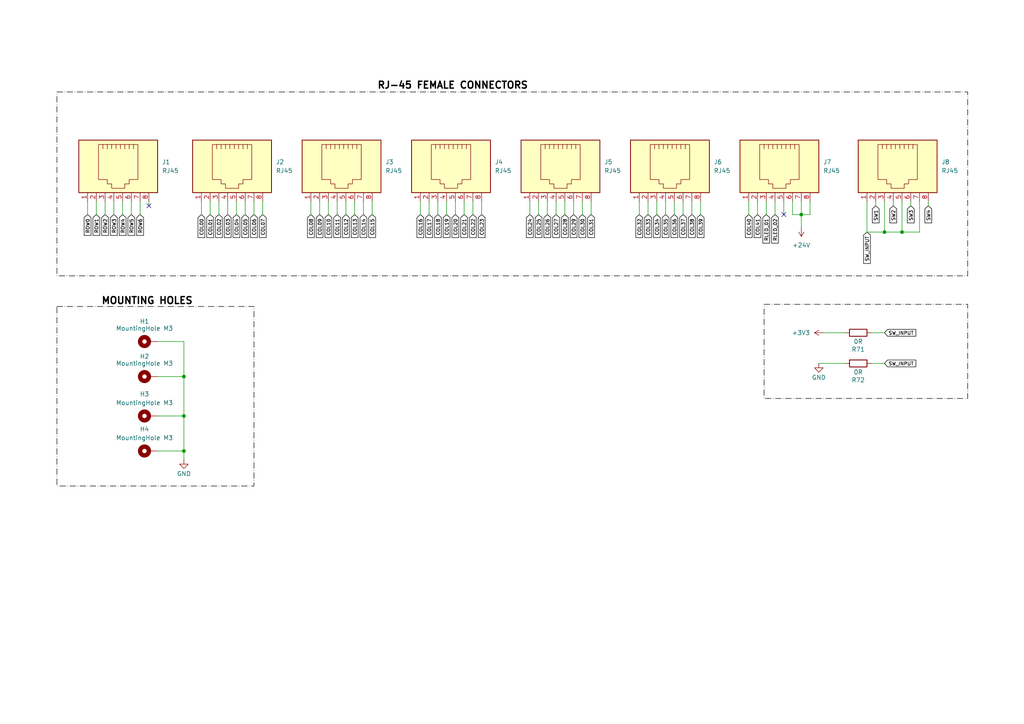
<source format=kicad_sch>
(kicad_sch (version 20231120) (generator "eeschema") (generator_version "8.0")
  (paper "A4")
  (lib_symbols
    (symbol "Connector:RJ45" (pin_names (offset 1.016))
      (property "Reference" "J" (at -5.08 13.97 0))
      (property "Value" "RJ45" (at 2.54 13.97 0))
      (symbol "RJ45_0_1"
        (polyline (pts (xy -5.08 4.445) (xy -6.35 4.445)))
        (polyline (pts (xy -5.08 5.715) (xy -6.35 5.715)))
        (polyline (pts (xy -6.35 -3.175) (xy -5.08 -3.175) (xy -5.08 -3.175)))
        (polyline (pts (xy -6.35 -1.905) (xy -5.08 -1.905) (xy -5.08 -1.905)))
        (polyline (pts (xy -6.35 -0.635) (xy -5.08 -0.635) (xy -5.08 -0.635)))
        (polyline (pts (xy -6.35 0.635) (xy -5.08 0.635) (xy -5.08 0.635)))
        (polyline (pts (xy -6.35 1.905) (xy -5.08 1.905) (xy -5.08 1.905)))
        (polyline (pts (xy -5.08 3.175) (xy -6.35 3.175) (xy -6.35 3.175)))
        (polyline (pts (xy -6.35 -4.445) (xy -6.35 6.985) (xy 3.81 6.985) (xy 3.81 4.445) (xy 5.08 4.445) (xy 5.08 3.175) (xy 6.35 3.175) (xy 6.35 -0.635) (xy 5.08 -0.635) (xy 5.08 -1.905) (xy 3.81 -1.905) (xy 3.81 -4.445) (xy -6.35 -4.445) (xy -6.35 -4.445)))
        (rectangle (start 7.62 12.7) (end -7.62 -10.16) (stroke (width 0.254)) (fill (type background)))
      )
      (symbol "RJ45_1_1"
        (pin passive line (at 10.16 -7.62 180) (length 2.54) (name "~") (number "1"))
        (pin passive line (at 10.16 -5.08 180) (length 2.54) (name "~") (number "2"))
        (pin passive line (at 10.16 -2.54 180) (length 2.54) (name "~") (number "3"))
        (pin passive line (at 10.16 0 180) (length 2.54) (name "~") (number "4"))
        (pin passive line (at 10.16 2.54 180) (length 2.54) (name "~") (number "5"))
        (pin passive line (at 10.16 5.08 180) (length 2.54) (name "~") (number "6"))
        (pin passive line (at 10.16 7.62 180) (length 2.54) (name "~") (number "7"))
        (pin passive line (at 10.16 10.16 180) (length 2.54) (name "~") (number "8"))
      )
    )
    (symbol "Device:R" (pin_numbers hide) (pin_names (offset 0))
      (property "Reference" "R" (at 2.032 0 90))
      (property "Value" "R" (at 0 0 90))
      (symbol "R_0_1"
        (rectangle (start -1.016 -2.54) (end 1.016 2.54) (stroke (width 0.254)))
      )
      (symbol "R_1_1"
        (pin passive line (at 0 3.81 270) (length 1.27) (name "~") (number "1"))
        (pin passive line (at 0 -3.81 90) (length 1.27) (name "~") (number "2"))
      )
    )
    (symbol "Mechanical:MountingHole_Pad" (pin_numbers hide) (pin_names (offset 1.016) hide) (exclude_from_sim yes) (in_bom no)
      (property "Reference" "H" (at 0 6.35 0))
      (property "Value" "MountingHole_Pad" (at 0 4.445 0))
      (symbol "MountingHole_Pad_0_1"
        (circle (center 0 1.27) (radius 1.27) (stroke (width 1.27)))
      )
      (symbol "MountingHole_Pad_1_1"
        (pin input line (at 0 -2.54 90) (length 2.54) (name "1") (number "1"))
      )
    )
    (symbol "power:+24V" (power) (pin_numbers hide) (pin_names (offset 0) hide)
      (property "Value" "+24V" (at 0 3.556 0))
      (symbol "+24V_0_1"
        (polyline (pts (xy -0.762 1.27) (xy 0 2.54)))
        (polyline (pts (xy 0 0) (xy 0 2.54)))
        (polyline (pts (xy 0 2.54) (xy 0.762 1.27)))
      )
      (symbol "+24V_1_1"
        (pin power_in line (at 0 0 90) (length 0) (name "~") (number "1"))
      )
    )
    (symbol "power:+3V3" (power) (pin_numbers hide) (pin_names (offset 0) hide)
      (property "Value" "+3V3" (at 0 3.556 0))
      (symbol "+3V3_0_1"
        (polyline (pts (xy -0.762 1.27) (xy 0 2.54)))
        (polyline (pts (xy 0 0) (xy 0 2.54)))
        (polyline (pts (xy 0 2.54) (xy 0.762 1.27)))
      )
      (symbol "+3V3_1_1"
        (pin power_in line (at 0 0 90) (length 0) (name "~") (number "1"))
      )
    )
    (symbol "power:GND" (power) (pin_numbers hide) (pin_names (offset 0) hide)
      (property "Value" "GND" (at 0 -3.81 0))
      (symbol "GND_0_1"
        (polyline (pts (xy 0 0) (xy 0 -1.27) (xy 1.27 -1.27) (xy 0 -2.54) (xy -1.27 -1.27) (xy 0 -1.27)))
      )
      (symbol "GND_1_1"
        (pin power_in line (at 0 0 270) (length 0) (name "~") (number "1"))
      )
    )
  )
  (junction (at 232.41 62.23))
  (junction (at 53.34 109.22))
  (junction (at 53.34 130.81))
  (junction (at 53.34 120.65))
  (junction (at 256.54 67.31))
  (junction (at 261.62 67.31))
  (no_connect (at 227.33 62.23))
  (no_connect (at 43.18 59.69))
  (wire (pts (xy 107.95 62.23) (xy 107.95 58.42)))
  (wire (pts (xy 25.4 62.23) (xy 25.4 58.42)))
  (wire (pts (xy 222.25 62.23) (xy 222.25 58.42)))
  (wire (pts (xy 53.34 99.06) (xy 53.34 109.22)))
  (wire (pts (xy 132.08 62.23) (xy 132.08 58.42)))
  (wire (pts (xy 156.21 62.23) (xy 156.21 58.42)))
  (wire (pts (xy 203.2 62.23) (xy 203.2 58.42)))
  (wire (pts (xy 217.17 62.23) (xy 217.17 58.42)))
  (wire (pts (xy 129.54 62.23) (xy 129.54 58.42)))
  (wire (pts (xy 53.34 109.22) (xy 53.34 120.65)))
  (wire (pts (xy 266.7 67.31) (xy 261.62 67.31)))
  (wire (pts (xy 266.7 58.42) (xy 266.7 67.31)))
  (wire (pts (xy 171.45 62.23) (xy 171.45 58.42)))
  (wire (pts (xy 53.34 120.65) (xy 45.72 120.65)))
  (wire (pts (xy 68.58 62.23) (xy 68.58 58.42)))
  (wire (pts (xy 259.08 59.69) (xy 259.08 58.42)))
  (wire (pts (xy 200.66 62.23) (xy 200.66 58.42)))
  (wire (pts (xy 198.12 62.23) (xy 198.12 58.42)))
  (wire (pts (xy 245.11 105.41) (xy 237.49 105.41)))
  (wire (pts (xy 193.04 62.23) (xy 193.04 58.42)))
  (wire (pts (xy 166.37 62.23) (xy 166.37 58.42)))
  (wire (pts (xy 256.54 96.52) (xy 252.73 96.52)))
  (wire (pts (xy 269.24 59.69) (xy 269.24 58.42)))
  (wire (pts (xy 158.75 62.23) (xy 158.75 58.42)))
  (wire (pts (xy 224.79 62.23) (xy 224.79 58.42)))
  (wire (pts (xy 187.96 62.23) (xy 187.96 58.42)))
  (wire (pts (xy 161.29 62.23) (xy 161.29 58.42)))
  (wire (pts (xy 35.56 62.23) (xy 35.56 58.42)))
  (wire (pts (xy 185.42 62.23) (xy 185.42 58.42)))
  (wire (pts (xy 229.87 62.23) (xy 229.87 58.42)))
  (wire (pts (xy 227.33 62.23) (xy 227.33 58.42)))
  (wire (pts (xy 53.34 130.81) (xy 53.34 133.35)))
  (wire (pts (xy 121.92 62.23) (xy 121.92 58.42)))
  (wire (pts (xy 71.12 62.23) (xy 71.12 58.42)))
  (wire (pts (xy 195.58 62.23) (xy 195.58 58.42)))
  (wire (pts (xy 102.87 62.23) (xy 102.87 58.42)))
  (wire (pts (xy 139.7 62.23) (xy 139.7 58.42)))
  (wire (pts (xy 38.1 62.23) (xy 38.1 58.42)))
  (wire (pts (xy 254 58.42) (xy 254 59.69)))
  (wire (pts (xy 58.42 62.23) (xy 58.42 58.42)))
  (wire (pts (xy 163.83 62.23) (xy 163.83 58.42)))
  (wire (pts (xy 256.54 58.42) (xy 256.54 67.31)))
  (wire (pts (xy 53.34 109.22) (xy 45.72 109.22)))
  (wire (pts (xy 90.17 62.23) (xy 90.17 58.42)))
  (wire (pts (xy 261.62 58.42) (xy 261.62 67.31)))
  (wire (pts (xy 53.34 130.81) (xy 53.34 120.65)))
  (wire (pts (xy 190.5 62.23) (xy 190.5 58.42)))
  (wire (pts (xy 134.62 62.23) (xy 134.62 58.42)))
  (wire (pts (xy 219.71 62.23) (xy 219.71 58.42)))
  (wire (pts (xy 97.79 62.23) (xy 97.79 58.42)))
  (wire (pts (xy 73.66 62.23) (xy 73.66 58.42)))
  (wire (pts (xy 76.2 62.23) (xy 76.2 58.42)))
  (wire (pts (xy 229.87 62.23) (xy 232.41 62.23)))
  (wire (pts (xy 30.48 62.23) (xy 30.48 58.42)))
  (wire (pts (xy 256.54 67.31) (xy 251.46 67.31)))
  (wire (pts (xy 124.46 62.23) (xy 124.46 58.42)))
  (wire (pts (xy 27.94 62.23) (xy 27.94 58.42)))
  (wire (pts (xy 33.02 62.23) (xy 33.02 58.42)))
  (wire (pts (xy 43.18 59.69) (xy 43.18 58.42)))
  (wire (pts (xy 45.72 130.81) (xy 53.34 130.81)))
  (wire (pts (xy 105.41 62.23) (xy 105.41 58.42)))
  (wire (pts (xy 63.5 62.23) (xy 63.5 58.42)))
  (wire (pts (xy 251.46 58.42) (xy 251.46 67.31)))
  (wire (pts (xy 234.95 62.23) (xy 234.95 58.42)))
  (wire (pts (xy 256.54 105.41) (xy 252.73 105.41)))
  (wire (pts (xy 92.71 62.23) (xy 92.71 58.42)))
  (wire (pts (xy 127 62.23) (xy 127 58.42)))
  (wire (pts (xy 232.41 62.23) (xy 234.95 62.23)))
  (wire (pts (xy 245.11 96.52) (xy 238.76 96.52)))
  (wire (pts (xy 232.41 62.23) (xy 232.41 66.04)))
  (wire (pts (xy 40.64 62.23) (xy 40.64 58.42)))
  (wire (pts (xy 95.25 62.23) (xy 95.25 58.42)))
  (wire (pts (xy 153.67 62.23) (xy 153.67 58.42)))
  (wire (pts (xy 232.41 62.23) (xy 232.41 58.42)))
  (wire (pts (xy 100.33 62.23) (xy 100.33 58.42)))
  (wire (pts (xy 60.96 62.23) (xy 60.96 58.42)))
  (wire (pts (xy 45.72 99.06) (xy 53.34 99.06)))
  (wire (pts (xy 66.04 62.23) (xy 66.04 58.42)))
  (wire (pts (xy 137.16 62.23) (xy 137.16 58.42)))
  (wire (pts (xy 264.16 59.69) (xy 264.16 58.42)))
  (wire (pts (xy 168.91 62.23) (xy 168.91 58.42)))
  (wire (pts (xy 261.62 67.31) (xy 256.54 67.31)))
  (rectangle (start 16.51 88.9) (end 73.66 140.97) (stroke (width 0) (type dash_dot) (color 0 0 0 1)))
  (rectangle (start 16.51 26.67) (end 280.67 80.01) (stroke (width 0) (type dash_dot) (color 0 0 0 1)))
  (rectangle (start 221.615 88.265) (end 280.67 115.57) (stroke (width 0) (type dash_dot) (color 0 0 0 1)))
  (text "RJ-45 FEMALE CONNECTORS " (at 132.08 24.892 0) (effects (font (size 2 2) (thickness 0.4) (bold yes))))
  (text "MOUNTING HOLES" (at 42.672 87.376 0) (effects (font (size 2 2) (thickness 0.4) (bold yes))))
  (global_label "COL23" (shape input) (at 139.7 62.23 270) (effects (font (size 1 1))) (property "Intersheetrefs" "${INTERSHEET_REFS}" (effects (hide yes))))
  (global_label "SW_INPUT" (shape input) (at 256.54 105.41 0) (effects (font (size 1 1))) (property "Intersheetrefs" "${INTERSHEET_REFS}" (effects (hide yes))))
  (global_label "COL28" (shape input) (at 163.83 62.23 270) (effects (font (size 1 1))) (property "Intersheetrefs" "${INTERSHEET_REFS}" (effects (hide yes))))
  (global_label "SW1" (shape input) (at 254 59.69 270) (effects (font (size 1 1))) (property "Intersheetrefs" "${INTERSHEET_REFS}" (effects (hide yes))))
  (global_label "ROW6" (shape input) (at 40.64 62.23 270) (effects (font (size 1 1))) (property "Intersheetrefs" "${INTERSHEET_REFS}" (effects (hide yes))))
  (global_label "COL08" (shape input) (at 90.17 62.23 270) (effects (font (size 1 1))) (property "Intersheetrefs" "${INTERSHEET_REFS}" (effects (hide yes))))
  (global_label "COL03" (shape input) (at 66.04 62.23 270) (effects (font (size 1 1))) (property "Intersheetrefs" "${INTERSHEET_REFS}" (effects (hide yes))))
  (global_label "COL29" (shape input) (at 166.37 62.23 270) (effects (font (size 1 1))) (property "Intersheetrefs" "${INTERSHEET_REFS}" (effects (hide yes))))
  (global_label "ROW3" (shape input) (at 33.02 62.23 270) (effects (font (size 1 1))) (property "Intersheetrefs" "${INTERSHEET_REFS}" (effects (hide yes))))
  (global_label "COL05" (shape input) (at 71.12 62.23 270) (effects (font (size 1 1))) (property "Intersheetrefs" "${INTERSHEET_REFS}" (effects (hide yes))))
  (global_label "ROW4" (shape input) (at 35.56 62.23 270) (effects (font (size 1 1))) (property "Intersheetrefs" "${INTERSHEET_REFS}" (effects (hide yes))))
  (global_label "COL21" (shape input) (at 134.62 62.23 270) (effects (font (size 1 1))) (property "Intersheetrefs" "${INTERSHEET_REFS}" (effects (hide yes))))
  (global_label "COL20" (shape input) (at 132.08 62.23 270) (effects (font (size 1 1))) (property "Intersheetrefs" "${INTERSHEET_REFS}" (effects (hide yes))))
  (global_label "COL41" (shape input) (at 219.71 62.23 270) (effects (font (size 1 1))) (property "Intersheetrefs" "${INTERSHEET_REFS}" (effects (hide yes))))
  (global_label "COL32" (shape input) (at 185.42 62.23 270) (effects (font (size 1 1))) (property "Intersheetrefs" "${INTERSHEET_REFS}" (effects (hide yes))))
  (global_label "COL06" (shape input) (at 73.66 62.23 270) (effects (font (size 1 1))) (property "Intersheetrefs" "${INTERSHEET_REFS}" (effects (hide yes))))
  (global_label "COL15" (shape input) (at 107.95 62.23 270) (effects (font (size 1 1))) (property "Intersheetrefs" "${INTERSHEET_REFS}" (effects (hide yes))))
  (global_label "SW_INPUT" (shape input) (at 251.46 67.31 270) (effects (font (size 1 1))) (property "Intersheetrefs" "${INTERSHEET_REFS}" (effects (hide yes))))
  (global_label "SW3" (shape input) (at 264.16 59.69 270) (effects (font (size 1 1))) (property "Intersheetrefs" "${INTERSHEET_REFS}" (effects (hide yes))))
  (global_label "COL37" (shape input) (at 198.12 62.23 270) (effects (font (size 1 1))) (property "Intersheetrefs" "${INTERSHEET_REFS}" (effects (hide yes))))
  (global_label "COL07" (shape input) (at 76.2 62.23 270) (effects (font (size 1 1))) (property "Intersheetrefs" "${INTERSHEET_REFS}" (effects (hide yes))))
  (global_label "COL39" (shape input) (at 203.2 62.23 270) (effects (font (size 1 1))) (property "Intersheetrefs" "${INTERSHEET_REFS}" (effects (hide yes))))
  (global_label "COL12" (shape input) (at 100.33 62.23 270) (effects (font (size 1 1))) (property "Intersheetrefs" "${INTERSHEET_REFS}" (effects (hide yes))))
  (global_label "COL26" (shape input) (at 158.75 62.23 270) (effects (font (size 1 1))) (property "Intersheetrefs" "${INTERSHEET_REFS}" (effects (hide yes))))
  (global_label "ROW5" (shape input) (at 38.1 62.23 270) (effects (font (size 1 1))) (property "Intersheetrefs" "${INTERSHEET_REFS}" (effects (hide yes))))
  (global_label "COL17" (shape input) (at 124.46 62.23 270) (effects (font (size 1 1))) (property "Intersheetrefs" "${INTERSHEET_REFS}" (effects (hide yes))))
  (global_label "ROW1" (shape input) (at 27.94 62.23 270) (effects (font (size 1 1))) (property "Intersheetrefs" "${INTERSHEET_REFS}" (effects (hide yes))))
  (global_label "SW2" (shape input) (at 259.08 59.69 270) (effects (font (size 1 1))) (property "Intersheetrefs" "${INTERSHEET_REFS}" (effects (hide yes))))
  (global_label "COL16" (shape input) (at 121.92 62.23 270) (effects (font (size 1 1))) (property "Intersheetrefs" "${INTERSHEET_REFS}" (effects (hide yes))))
  (global_label "COL24" (shape input) (at 153.67 62.23 270) (effects (font (size 1 1))) (property "Intersheetrefs" "${INTERSHEET_REFS}" (effects (hide yes))))
  (global_label "COL25" (shape input) (at 156.21 62.23 270) (effects (font (size 1 1))) (property "Intersheetrefs" "${INTERSHEET_REFS}" (effects (hide yes))))
  (global_label "COL01" (shape input) (at 60.96 62.23 270) (effects (font (size 1 1))) (property "Intersheetrefs" "${INTERSHEET_REFS}" (effects (hide yes))))
  (global_label "COL35" (shape input) (at 193.04 62.23 270) (effects (font (size 1 1))) (property "Intersheetrefs" "${INTERSHEET_REFS}" (effects (hide yes))))
  (global_label "COL27" (shape input) (at 161.29 62.23 270) (effects (font (size 1 1))) (property "Intersheetrefs" "${INTERSHEET_REFS}" (effects (hide yes))))
  (global_label "COL19" (shape input) (at 129.54 62.23 270) (effects (font (size 1 1))) (property "Intersheetrefs" "${INTERSHEET_REFS}" (effects (hide yes))))
  (global_label "COL38" (shape input) (at 200.66 62.23 270) (effects (font (size 1 1))) (property "Intersheetrefs" "${INTERSHEET_REFS}" (effects (hide yes))))
  (global_label "ROW2" (shape input) (at 30.48 62.23 270) (effects (font (size 1 1))) (property "Intersheetrefs" "${INTERSHEET_REFS}" (effects (hide yes))))
  (global_label "COL13" (shape input) (at 102.87 62.23 270) (effects (font (size 1 1))) (property "Intersheetrefs" "${INTERSHEET_REFS}" (effects (hide yes))))
  (global_label "COL00" (shape input) (at 58.42 62.23 270) (effects (font (size 1 1))) (property "Intersheetrefs" "${INTERSHEET_REFS}" (effects (hide yes))))
  (global_label "COL14" (shape input) (at 105.41 62.23 270) (effects (font (size 1 1))) (property "Intersheetrefs" "${INTERSHEET_REFS}" (effects (hide yes))))
  (global_label "RLED_02" (shape input) (at 224.79 62.23 270) (effects (font (size 1 1))) (property "Intersheetrefs" "${INTERSHEET_REFS}" (effects (hide yes))))
  (global_label "COL33" (shape input) (at 187.96 62.23 270) (effects (font (size 1 1))) (property "Intersheetrefs" "${INTERSHEET_REFS}" (effects (hide yes))))
  (global_label "COL18" (shape input) (at 127 62.23 270) (effects (font (size 1 1))) (property "Intersheetrefs" "${INTERSHEET_REFS}" (effects (hide yes))))
  (global_label "COL31" (shape input) (at 171.45 62.23 270) (effects (font (size 1 1))) (property "Intersheetrefs" "${INTERSHEET_REFS}" (effects (hide yes))))
  (global_label "COL11" (shape input) (at 97.79 62.23 270) (effects (font (size 1 1))) (property "Intersheetrefs" "${INTERSHEET_REFS}" (effects (hide yes))))
  (global_label "COL02" (shape input) (at 63.5 62.23 270) (effects (font (size 1 1))) (property "Intersheetrefs" "${INTERSHEET_REFS}" (effects (hide yes))))
  (global_label "COL10" (shape input) (at 95.25 62.23 270) (effects (font (size 1 1))) (property "Intersheetrefs" "${INTERSHEET_REFS}" (effects (hide yes))))
  (global_label "COL40" (shape input) (at 217.17 62.23 270) (effects (font (size 1 1))) (property "Intersheetrefs" "${INTERSHEET_REFS}" (effects (hide yes))))
  (global_label "COL04" (shape input) (at 68.58 62.23 270) (effects (font (size 1 1))) (property "Intersheetrefs" "${INTERSHEET_REFS}" (effects (hide yes))))
  (global_label "COL36" (shape input) (at 195.58 62.23 270) (effects (font (size 1 1))) (property "Intersheetrefs" "${INTERSHEET_REFS}" (effects (hide yes))))
  (global_label "RLED_01" (shape input) (at 222.25 62.23 270) (effects (font (size 1 1))) (property "Intersheetrefs" "${INTERSHEET_REFS}" (effects (hide yes))))
  (global_label "COL09" (shape input) (at 92.71 62.23 270) (effects (font (size 1 1))) (property "Intersheetrefs" "${INTERSHEET_REFS}" (effects (hide yes))))
  (global_label "ROW0" (shape input) (at 25.4 62.23 270) (effects (font (size 1 1))) (property "Intersheetrefs" "${INTERSHEET_REFS}" (effects (hide yes))))
  (global_label "SW4" (shape input) (at 269.24 59.69 270) (effects (font (size 1 1))) (property "Intersheetrefs" "${INTERSHEET_REFS}" (effects (hide yes))))
  (global_label "COL22" (shape input) (at 137.16 62.23 270) (effects (font (size 1 1))) (property "Intersheetrefs" "${INTERSHEET_REFS}" (effects (hide yes))))
  (global_label "COL34" (shape input) (at 190.5 62.23 270) (effects (font (size 1 1))) (property "Intersheetrefs" "${INTERSHEET_REFS}" (effects (hide yes))))
  (global_label "COL30" (shape input) (at 168.91 62.23 270) (effects (font (size 1 1))) (property "Intersheetrefs" "${INTERSHEET_REFS}" (effects (hide yes))))
  (global_label "SW_INPUT" (shape input) (at 256.54 96.52 0) (effects (font (size 1 1))) (property "Intersheetrefs" "${INTERSHEET_REFS}" (effects (hide yes))))
  (symbol (lib_id "Connector:RJ45") (at 66.04 48.26 270) (unit 1)
    (property "Reference" "J2" (at 80.01 46.9899 90) (effects (justify left)))
    (property "Value" "RJ45" (at 80.01 49.5299 90) (effects (justify left)))
    (property "Footprint" "Connector_RJ:RJ45_Amphenol_54602-x08_Horizontal" (effects (hide yes)))
    (property "Description" "RJ connector, 8P8C (8 positions 8 connected)" (effects (hide yes)))
  )
  (symbol (lib_id "Mechanical:MountingHole_Pad") (at 43.18 130.81 90) (unit 1) (exclude_from_sim yes) (in_bom no)
    (property "Reference" "H4" (at 41.91 124.46 90))
    (property "Value" "MountingHole M3" (at 41.91 127 90))
    (property "Footprint" "MountingHole:MountingHole_3.2mm_M3_ISO7380_Pad" (effects (hide yes)))
    (property "Description" "Mounting Hole with connection" (effects (hide yes)))
  )
  (symbol (lib_id "Connector:RJ45") (at 259.08 48.26 270) (unit 1)
    (property "Reference" "J8" (at 273.05 46.9899 90) (effects (justify left)))
    (property "Value" "RJ45" (at 273.05 49.5299 90) (effects (justify left)))
    (property "Footprint" "Connector_RJ:RJ45_Amphenol_54602-x08_Horizontal" (effects (hide yes)))
    (property "Description" "RJ connector, 8P8C (8 positions 8 connected)" (effects (hide yes)))
  )
  (symbol (lib_id "Device:R") (at 248.92 105.41 270) (unit 1)
    (property "Reference" "R72" (at 248.92 110.236 90))
    (property "Value" "0R" (at 248.92 107.95 90))
    (property "Footprint" "Resistor_SMD:R_1206_3216Metric_Pad1.30x1.75mm_HandSolder" (effects (hide yes)))
    (property "Description" "Resistor" (effects (hide yes)))
  )
  (symbol (lib_id "Mechanical:MountingHole_Pad") (at 43.18 99.06 90) (unit 1) (exclude_from_sim yes) (in_bom no)
    (property "Reference" "H1" (at 41.91 93.218 90))
    (property "Value" "MountingHole M3" (at 41.91 95.25 90))
    (property "Footprint" "MountingHole:MountingHole_3.2mm_M3_ISO7380_Pad" (effects (hide yes)))
    (property "Description" "Mounting Hole with connection" (effects (hide yes)))
  )
  (symbol (lib_id "power:GND") (at 237.49 105.41 0) (unit 1)
    (property "Reference" "#PWR095" (effects (hide yes)))
    (property "Value" "GND" (at 237.49 109.474 0))
    (property "Description" "Power symbol creates a global label with name \"GND\" , ground" (effects (hide yes)))
  )
  (symbol (lib_id "power:+3V3") (at 238.76 96.52 90) (unit 1)
    (property "Reference" "#PWR070" (effects (hide yes)))
    (property "Value" "+3V3" (at 234.95 96.5199 90) (effects (justify left)))
    (property "Description" "Power symbol creates a global label with name \"+3V3\"" (effects (hide yes)))
  )
  (symbol (lib_id "power:+24V") (at 232.41 66.04 180) (unit 1)
    (property "Reference" "#PWR069" (effects (hide yes)))
    (property "Value" "+24V" (at 232.41 71.12 0))
    (property "Description" "Power symbol creates a global label with name \"+24V\"" (effects (hide yes)))
  )
  (symbol (lib_id "Connector:RJ45") (at 224.79 48.26 270) (unit 1)
    (property "Reference" "J7" (at 238.76 46.9899 90) (effects (justify left)))
    (property "Value" "RJ45" (at 238.76 49.5299 90) (effects (justify left)))
    (property "Footprint" "Connector_RJ:RJ45_Amphenol_54602-x08_Horizontal" (effects (hide yes)))
    (property "Description" "RJ connector, 8P8C (8 positions 8 connected)" (effects (hide yes)))
  )
  (symbol (lib_id "power:GND") (at 53.34 133.35 0) (unit 1)
    (property "Reference" "#PWR084" (effects (hide yes)))
    (property "Value" "GND" (at 53.34 137.414 0))
    (property "Description" "Power symbol creates a global label with name \"GND\" , ground" (effects (hide yes)))
  )
  (symbol (lib_id "Connector:RJ45") (at 97.79 48.26 270) (unit 1)
    (property "Reference" "J3" (at 111.76 46.9899 90) (effects (justify left)))
    (property "Value" "RJ45" (at 111.76 49.5299 90) (effects (justify left)))
    (property "Footprint" "Connector_RJ:RJ45_Amphenol_54602-x08_Horizontal" (effects (hide yes)))
    (property "Description" "RJ connector, 8P8C (8 positions 8 connected)" (effects (hide yes)))
  )
  (symbol (lib_id "Mechanical:MountingHole_Pad") (at 43.18 120.65 90) (unit 1) (exclude_from_sim yes) (in_bom no)
    (property "Reference" "H3" (at 41.91 114.3 90))
    (property "Value" "MountingHole M3" (at 41.91 116.84 90))
    (property "Footprint" "MountingHole:MountingHole_3.2mm_M3_ISO7380_Pad" (effects (hide yes)))
    (property "Description" "Mounting Hole with connection" (effects (hide yes)))
  )
  (symbol (lib_id "Connector:RJ45") (at 33.02 48.26 270) (unit 1)
    (property "Reference" "J1" (at 46.99 46.9899 90) (effects (justify left)))
    (property "Value" "RJ45" (at 46.99 49.5299 90) (effects (justify left)))
    (property "Footprint" "Connector_RJ:RJ45_Amphenol_54602-x08_Horizontal" (effects (hide yes)))
    (property "Description" "RJ connector, 8P8C (8 positions 8 connected)" (effects (hide yes)))
  )
  (symbol (lib_id "Connector:RJ45") (at 193.04 48.26 270) (unit 1)
    (property "Reference" "J6" (at 207.01 46.9899 90) (effects (justify left)))
    (property "Value" "RJ45" (at 207.01 49.5299 90) (effects (justify left)))
    (property "Footprint" "Connector_RJ:RJ45_Amphenol_54602-x08_Horizontal" (effects (hide yes)))
    (property "Description" "RJ connector, 8P8C (8 positions 8 connected)" (effects (hide yes)))
  )
  (symbol (lib_id "Connector:RJ45") (at 129.54 48.26 270) (unit 1)
    (property "Reference" "J4" (at 143.51 46.9899 90) (effects (justify left)))
    (property "Value" "RJ45" (at 143.51 49.5299 90) (effects (justify left)))
    (property "Footprint" "Connector_RJ:RJ45_Amphenol_54602-x08_Horizontal" (effects (hide yes)))
    (property "Description" "RJ connector, 8P8C (8 positions 8 connected)" (effects (hide yes)))
  )
  (symbol (lib_id "Mechanical:MountingHole_Pad") (at 43.18 109.22 90) (unit 1) (exclude_from_sim yes) (in_bom no)
    (property "Reference" "H2" (at 41.91 103.378 90))
    (property "Value" "MountingHole M3" (at 41.91 105.41 90))
    (property "Footprint" "MountingHole:MountingHole_3.2mm_M3_ISO7380_Pad" (effects (hide yes)))
    (property "Description" "Mounting Hole with connection" (effects (hide yes)))
  )
  (symbol (lib_id "Device:R") (at 248.92 96.52 270) (unit 1)
    (property "Reference" "R71" (at 248.92 101.346 90))
    (property "Value" "0R" (at 248.92 99.06 90))
    (property "Footprint" "Resistor_SMD:R_1206_3216Metric_Pad1.30x1.75mm_HandSolder" (effects (hide yes)))
    (property "Description" "Resistor" (effects (hide yes)))
  )
  (symbol (lib_id "Connector:RJ45") (at 161.29 48.26 270) (unit 1)
    (property "Reference" "J5" (at 175.26 46.9899 90) (effects (justify left)))
    (property "Value" "RJ45" (at 175.26 49.5299 90) (effects (justify left)))
    (property "Footprint" "Connector_RJ:RJ45_Amphenol_54602-x08_Horizontal" (effects (hide yes)))
    (property "Description" "RJ connector, 8P8C (8 positions 8 connected)" (effects (hide yes)))
  )
)
</source>
